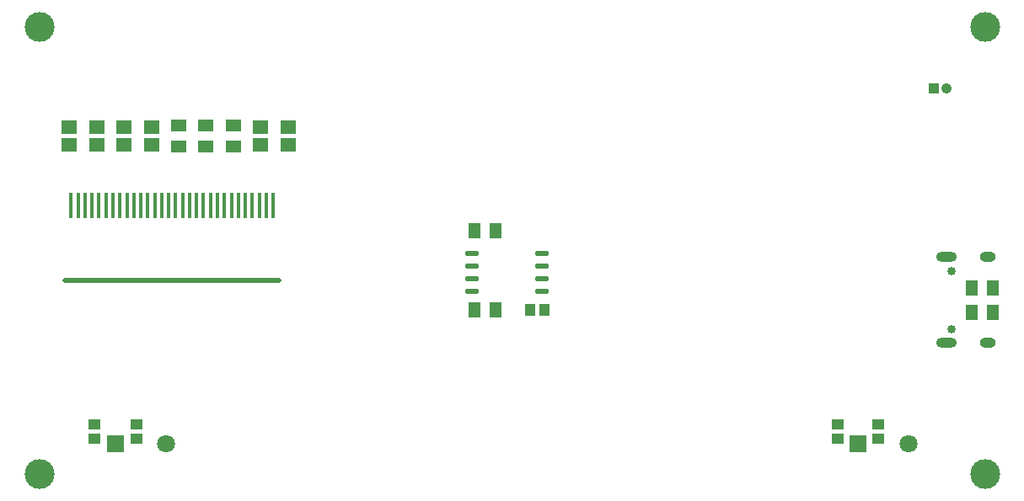
<source format=gbr>
%TF.GenerationSoftware,Altium Limited,Altium Designer,21.1.1 (26)*%
G04 Layer_Color=255*
%FSLAX45Y45*%
%MOMM*%
%TF.SameCoordinates,E9E44C67-710E-4D47-B277-6F884E921ACF*%
%TF.FilePolarity,Positive*%
%TF.FileFunction,Pads,Bot*%
%TF.Part,Single*%
G01*
G75*
%TA.AperFunction,SMDPad,CuDef*%
%ADD25R,1.20000X1.50000*%
%ADD35R,1.50000X1.20000*%
%ADD39R,1.50000X1.45000*%
%TA.AperFunction,ComponentPad*%
%ADD47R,1.05000X1.05000*%
%ADD48C,1.05000*%
%ADD49C,0.85000*%
%ADD50O,1.60000X1.00000*%
%ADD51O,2.10000X1.00000*%
%ADD52C,1.80000*%
%ADD53R,1.80000X1.80000*%
%ADD54O,22.00000X0.50000*%
%TA.AperFunction,ViaPad*%
%ADD55C,3.00000*%
%TA.AperFunction,SMDPad,CuDef*%
%ADD74R,0.40000X2.50000*%
%ADD75R,1.30000X1.05000*%
%ADD76R,1.05000X1.30000*%
%ADD77O,1.40000X0.55000*%
D25*
X4620000Y2700000D02*
D03*
X4830000D02*
D03*
X4620000Y1900000D02*
D03*
X4830000D02*
D03*
X9830000Y1875000D02*
D03*
X9620000D02*
D03*
X9830000Y2125000D02*
D03*
X9620000D02*
D03*
D35*
X2200000Y3755000D02*
D03*
Y3545000D02*
D03*
X1925000Y3755000D02*
D03*
Y3545000D02*
D03*
X1650000Y3755000D02*
D03*
Y3545000D02*
D03*
D39*
X2750000Y3557500D02*
D03*
Y3742500D02*
D03*
X2475000Y3557500D02*
D03*
Y3742500D02*
D03*
X1375000Y3557500D02*
D03*
Y3742500D02*
D03*
X1100000D02*
D03*
Y3557500D02*
D03*
X825000Y3742500D02*
D03*
Y3557500D02*
D03*
X550000D02*
D03*
Y3742500D02*
D03*
D47*
X9236500Y4125000D02*
D03*
D48*
X9363500D02*
D03*
D49*
X9417000Y1711000D02*
D03*
Y2289000D02*
D03*
D50*
X9782000Y2432000D02*
D03*
Y1568000D02*
D03*
D51*
X9364000D02*
D03*
Y2432000D02*
D03*
D52*
X8984000Y558800D02*
D03*
X1524000D02*
D03*
D53*
X8476000D02*
D03*
X1016000D02*
D03*
D54*
X1584500Y2197600D02*
D03*
D55*
X250000Y250000D02*
D03*
X9750000D02*
D03*
Y4750000D02*
D03*
X250000D02*
D03*
D74*
X779500Y2947600D02*
D03*
X709500D02*
D03*
X639500D02*
D03*
X849500D02*
D03*
X569500D02*
D03*
X919500D02*
D03*
X1059500D02*
D03*
X1129500D02*
D03*
X1339500D02*
D03*
X1269500D02*
D03*
X1549500D02*
D03*
X1689500D02*
D03*
X1619500D02*
D03*
X1829500D02*
D03*
X1899500D02*
D03*
X2109500D02*
D03*
X2039500D02*
D03*
X2249500D02*
D03*
X2319500D02*
D03*
X2459500D02*
D03*
X2529500D02*
D03*
X989500D02*
D03*
X1409500D02*
D03*
X1199500D02*
D03*
X2179500D02*
D03*
X1759500D02*
D03*
X1969500D02*
D03*
X2389500D02*
D03*
X2599500D02*
D03*
X1479500D02*
D03*
D75*
X1225000Y747500D02*
D03*
Y602500D02*
D03*
X800000D02*
D03*
Y747500D02*
D03*
X8275000Y602500D02*
D03*
Y747500D02*
D03*
X8675000Y602500D02*
D03*
Y747500D02*
D03*
D76*
X5177500Y1900000D02*
D03*
X5322500D02*
D03*
D77*
X5300000Y2465500D02*
D03*
Y2338500D02*
D03*
Y2211500D02*
D03*
Y2084500D02*
D03*
X4600000Y2465500D02*
D03*
Y2338500D02*
D03*
Y2211500D02*
D03*
Y2084500D02*
D03*
%TF.MD5,1181d46ef7d7185436f13dd78f5c565a*%
M02*

</source>
